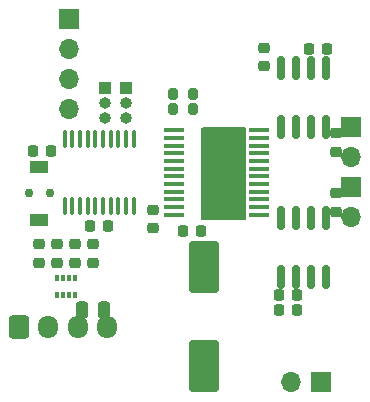
<source format=gbr>
%TF.GenerationSoftware,KiCad,Pcbnew,8.0.6*%
%TF.CreationDate,2024-12-16T13:19:03+09:00*%
%TF.ProjectId,BDCM_Driver_v1,4244434d-5f44-4726-9976-65725f76312e,rev?*%
%TF.SameCoordinates,PXaac6430PY8670810*%
%TF.FileFunction,Soldermask,Top*%
%TF.FilePolarity,Negative*%
%FSLAX46Y46*%
G04 Gerber Fmt 4.6, Leading zero omitted, Abs format (unit mm)*
G04 Created by KiCad (PCBNEW 8.0.6) date 2024-12-16 13:19:03*
%MOMM*%
%LPD*%
G01*
G04 APERTURE LIST*
G04 Aperture macros list*
%AMRoundRect*
0 Rectangle with rounded corners*
0 $1 Rounding radius*
0 $2 $3 $4 $5 $6 $7 $8 $9 X,Y pos of 4 corners*
0 Add a 4 corners polygon primitive as box body*
4,1,4,$2,$3,$4,$5,$6,$7,$8,$9,$2,$3,0*
0 Add four circle primitives for the rounded corners*
1,1,$1+$1,$2,$3*
1,1,$1+$1,$4,$5*
1,1,$1+$1,$6,$7*
1,1,$1+$1,$8,$9*
0 Add four rect primitives between the rounded corners*
20,1,$1+$1,$2,$3,$4,$5,0*
20,1,$1+$1,$4,$5,$6,$7,0*
20,1,$1+$1,$6,$7,$8,$9,0*
20,1,$1+$1,$8,$9,$2,$3,0*%
G04 Aperture macros list end*
%ADD10R,1.000000X1.000000*%
%ADD11O,1.000000X1.000000*%
%ADD12RoundRect,0.225000X-0.250000X0.225000X-0.250000X-0.225000X0.250000X-0.225000X0.250000X0.225000X0*%
%ADD13RoundRect,0.200000X-0.200000X-0.275000X0.200000X-0.275000X0.200000X0.275000X-0.200000X0.275000X0*%
%ADD14RoundRect,0.200000X0.200000X0.275000X-0.200000X0.275000X-0.200000X-0.275000X0.200000X-0.275000X0*%
%ADD15RoundRect,0.100000X0.100000X-0.637500X0.100000X0.637500X-0.100000X0.637500X-0.100000X-0.637500X0*%
%ADD16RoundRect,0.218750X0.256250X-0.218750X0.256250X0.218750X-0.256250X0.218750X-0.256250X-0.218750X0*%
%ADD17R,1.750000X0.450000*%
%ADD18R,1.700000X1.700000*%
%ADD19O,1.700000X1.700000*%
%ADD20RoundRect,0.250000X-0.250000X-0.475000X0.250000X-0.475000X0.250000X0.475000X-0.250000X0.475000X0*%
%ADD21RoundRect,0.150000X-0.150000X0.825000X-0.150000X-0.825000X0.150000X-0.825000X0.150000X0.825000X0*%
%ADD22RoundRect,0.150000X0.150000X-0.825000X0.150000X0.825000X-0.150000X0.825000X-0.150000X-0.825000X0*%
%ADD23RoundRect,0.250000X1.000000X-1.950000X1.000000X1.950000X-1.000000X1.950000X-1.000000X-1.950000X0*%
%ADD24RoundRect,0.225000X0.250000X-0.225000X0.250000X0.225000X-0.250000X0.225000X-0.250000X-0.225000X0*%
%ADD25C,0.750000*%
%ADD26R,1.600000X1.050000*%
%ADD27RoundRect,0.225000X-0.225000X-0.250000X0.225000X-0.250000X0.225000X0.250000X-0.225000X0.250000X0*%
%ADD28RoundRect,0.250000X-0.600000X-0.725000X0.600000X-0.725000X0.600000X0.725000X-0.600000X0.725000X0*%
%ADD29O,1.700000X1.950000*%
%ADD30RoundRect,0.225000X0.225000X0.250000X-0.225000X0.250000X-0.225000X-0.250000X0.225000X-0.250000X0*%
%ADD31R,0.304800X0.584200*%
G04 APERTURE END LIST*
D10*
%TO.C,J2*%
X-20320000Y25913000D03*
D11*
X-20320000Y24643000D03*
X-20320000Y23373000D03*
%TD*%
D12*
%TO.C,C6*%
X-2540000Y17031000D03*
X-2540000Y15481000D03*
%TD*%
D13*
%TO.C,TH1*%
X-16319000Y24130000D03*
X-14669000Y24130000D03*
%TD*%
D14*
%TO.C,R5*%
X-14669000Y25400000D03*
X-16319000Y25400000D03*
%TD*%
D15*
%TO.C,U1*%
X-25531000Y15933500D03*
X-24881000Y15933500D03*
X-24231000Y15933500D03*
X-23581000Y15933500D03*
X-22931000Y15933500D03*
X-22281000Y15933500D03*
X-21631000Y15933500D03*
X-20981000Y15933500D03*
X-20331000Y15933500D03*
X-19681000Y15933500D03*
X-19681000Y21658500D03*
X-20331000Y21658500D03*
X-20981000Y21658500D03*
X-21631000Y21658500D03*
X-22281000Y21658500D03*
X-22931000Y21658500D03*
X-23581000Y21658500D03*
X-24231000Y21658500D03*
X-24881000Y21658500D03*
X-25531000Y21658500D03*
%TD*%
D16*
%TO.C,D5*%
X-27686000Y11150500D03*
X-27686000Y12725500D03*
%TD*%
D17*
%TO.C,U4*%
X-9100000Y15221000D03*
X-9100000Y15871000D03*
X-9100000Y16521000D03*
X-9100000Y17171000D03*
X-9100000Y17821000D03*
X-9100000Y18471000D03*
X-9100000Y19121000D03*
X-9100000Y19771000D03*
X-9100000Y20421000D03*
X-9100000Y21071000D03*
X-9100000Y21721000D03*
X-9100000Y22371000D03*
X-16300000Y22371000D03*
X-16300000Y21721000D03*
X-16300000Y21071000D03*
X-16300000Y20421000D03*
X-16300000Y19771000D03*
X-16300000Y19121000D03*
X-16300000Y18471000D03*
X-16300000Y17821000D03*
X-16300000Y17171000D03*
X-16300000Y16521000D03*
X-16300000Y15871000D03*
X-16300000Y15221000D03*
%TD*%
D18*
%TO.C,J4*%
X-3810000Y1016000D03*
D19*
X-6350000Y1016000D03*
%TD*%
D16*
%TO.C,D2*%
X-23114000Y11150500D03*
X-23114000Y12725500D03*
%TD*%
D20*
%TO.C,C12*%
X-24064000Y7112000D03*
X-22164000Y7112000D03*
%TD*%
D21*
%TO.C,U6*%
X-3429000Y14921000D03*
X-4699000Y14921000D03*
X-5969000Y14921000D03*
X-7239000Y14921000D03*
X-7239000Y9971000D03*
X-5969000Y9971000D03*
X-4699000Y9971000D03*
X-3429000Y9971000D03*
%TD*%
D16*
%TO.C,D1*%
X-24638000Y11150500D03*
X-24638000Y12725500D03*
%TD*%
D22*
%TO.C,U3*%
X-7239000Y22671000D03*
X-5969000Y22671000D03*
X-4699000Y22671000D03*
X-3429000Y22671000D03*
X-3429000Y27621000D03*
X-4699000Y27621000D03*
X-5969000Y27621000D03*
X-7239000Y27621000D03*
%TD*%
D23*
%TO.C,C5*%
X-13716000Y2404000D03*
X-13716000Y10804000D03*
%TD*%
D24*
%TO.C,C2*%
X-8636000Y27800000D03*
X-8636000Y29350000D03*
%TD*%
D18*
%TO.C,J1*%
X-1270000Y17526000D03*
D19*
X-1270000Y14986000D03*
%TD*%
D18*
%TO.C,J7*%
X-1270000Y22606000D03*
D19*
X-1270000Y20066000D03*
%TD*%
D25*
%TO.C,SW1*%
X-26786000Y17018000D03*
X-28586000Y17018000D03*
D26*
X-27686000Y19243000D03*
X-27686000Y14793000D03*
%TD*%
D27*
%TO.C,C10*%
X-28207000Y20574000D03*
X-26657000Y20574000D03*
%TD*%
%TO.C,C3*%
X-4839000Y29210000D03*
X-3289000Y29210000D03*
%TD*%
D16*
%TO.C,D4*%
X-26162000Y11150500D03*
X-26162000Y12725500D03*
%TD*%
D12*
%TO.C,C4*%
X-18025395Y15643402D03*
X-18025395Y14093402D03*
%TD*%
D27*
%TO.C,C7*%
X-15507000Y13843000D03*
X-13957000Y13843000D03*
%TD*%
D28*
%TO.C,J5*%
X-29404000Y5736000D03*
D29*
X-26904000Y5736000D03*
X-24404000Y5736000D03*
X-21904000Y5736000D03*
%TD*%
D27*
%TO.C,C1*%
X-23381000Y14224000D03*
X-21831000Y14224000D03*
%TD*%
D30*
%TO.C,C8*%
X-5829000Y7112000D03*
X-7379000Y7112000D03*
%TD*%
D31*
%TO.C,RN3*%
X-26162000Y8432800D03*
X-26162000Y9855200D03*
X-25654000Y8432800D03*
X-25654000Y9855200D03*
X-25146000Y8432800D03*
X-25146000Y9855200D03*
X-24638000Y8432800D03*
X-24638000Y9855200D03*
%TD*%
D10*
%TO.C,J6*%
X-22098000Y25913000D03*
D11*
X-22098000Y24643000D03*
X-22098000Y23373000D03*
%TD*%
D12*
%TO.C,C11*%
X-2540000Y22111000D03*
X-2540000Y20561000D03*
%TD*%
D18*
%TO.C,J3*%
X-25146000Y31750000D03*
D19*
X-25146000Y29210000D03*
X-25146000Y26670000D03*
X-25146000Y24130000D03*
%TD*%
D30*
%TO.C,C9*%
X-5829000Y8382000D03*
X-7379000Y8382000D03*
%TD*%
G36*
X-10216961Y22586315D02*
G01*
X-10171206Y22533511D01*
X-10160000Y22482000D01*
X-10160000Y14856000D01*
X-10179685Y14788961D01*
X-10232489Y14743206D01*
X-10284000Y14732000D01*
X-13846000Y14732000D01*
X-13913039Y14751685D01*
X-13958794Y14804489D01*
X-13970000Y14856000D01*
X-13970000Y22482000D01*
X-13950315Y22549039D01*
X-13897511Y22594794D01*
X-13846000Y22606000D01*
X-10284000Y22606000D01*
X-10216961Y22586315D01*
G37*
M02*

</source>
